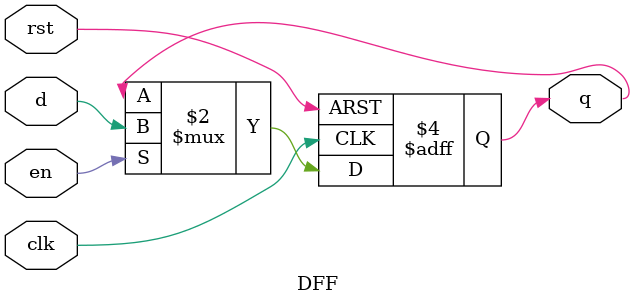
<source format=v>
module DFF
    #(
         parameter WIDTH = 1,
         parameter RSTTYPE = "ASYNC",
         parameter REGEN = 1 // 1 for flip-flop operation, 0 for direct assign
     )
     (
         input wire clk,
         input wire rst,
         input wire en,
         input wire [WIDTH-1:0] d,
         output reg [WIDTH-1:0] q
     );

    generate
        if (REGEN == 1) begin
            if (RSTTYPE == "ASYNC") begin
                always @(posedge clk or posedge rst) begin
                    if (rst) begin
                        q <= 0;
                    end else if (en) begin
                        q <= d;
                    end
                end
            end else begin
                always @(posedge clk) begin
                    if (rst) begin
                        q <= 0;
                    end else if (en) begin
                        q <= d;
                    end
                end
            end
        end else begin
            always @(*) begin
                q = d;
            end
        end
    endgenerate

endmodule

</source>
